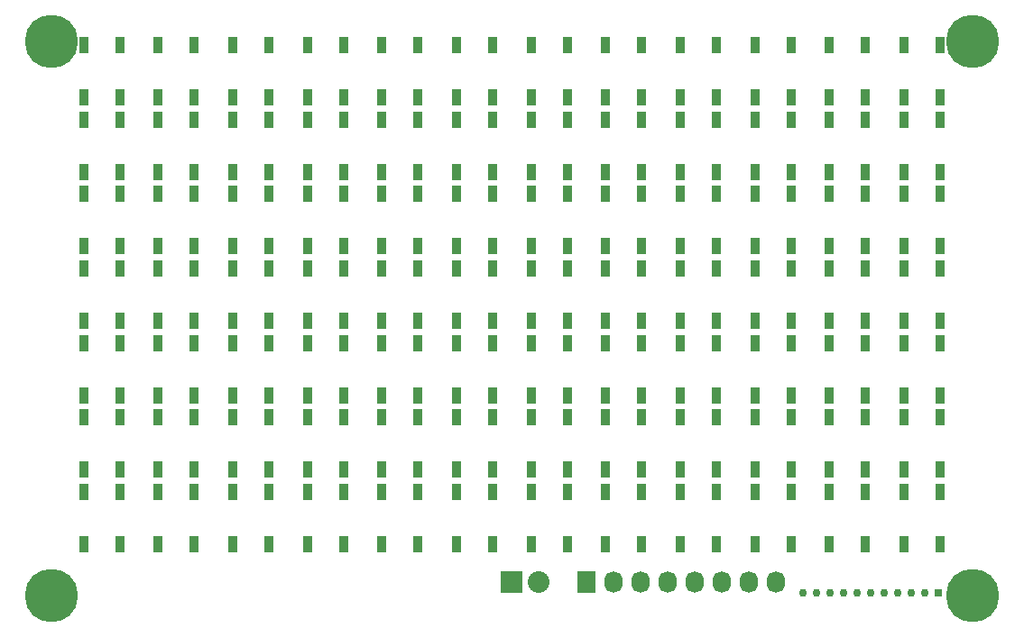
<source format=gbr>
G04 #@! TF.FileFunction,Soldermask,Top*
%FSLAX46Y46*%
G04 Gerber Fmt 4.6, Leading zero omitted, Abs format (unit mm)*
G04 Created by KiCad (PCBNEW (2015-02-14 BZR 5415)-product) date jeu. 05 mars 2015 22:43:21 CET*
%MOMM*%
G01*
G04 APERTURE LIST*
%ADD10C,0.100000*%
%ADD11R,1.727200X2.032000*%
%ADD12O,1.727200X2.032000*%
%ADD13R,2.032000X2.032000*%
%ADD14O,2.032000X2.032000*%
%ADD15R,0.762000X0.762000*%
%ADD16C,0.762000*%
%ADD17R,0.899160X1.501140*%
%ADD18C,5.000000*%
G04 APERTURE END LIST*
D10*
D11*
X67000000Y-68000000D03*
D12*
X69540000Y-68000000D03*
X72080000Y-68000000D03*
X74620000Y-68000000D03*
X77160000Y-68000000D03*
X79700000Y-68000000D03*
X82240000Y-68000000D03*
X84780000Y-68000000D03*
D13*
X60000000Y-68000000D03*
D14*
X62540000Y-68000000D03*
D15*
X100000000Y-69000000D03*
D16*
X98730000Y-69000000D03*
X97460000Y-69000000D03*
X96190000Y-69000000D03*
X94920000Y-69000000D03*
X93650000Y-69000000D03*
X92380000Y-69000000D03*
X91110000Y-69000000D03*
X89840000Y-69000000D03*
X88570000Y-69000000D03*
X87300000Y-69000000D03*
D17*
X19800740Y-17548900D03*
X23199260Y-17548900D03*
X23199260Y-22451100D03*
X19800740Y-22451100D03*
X96800740Y-59548900D03*
X100199260Y-59548900D03*
X100199260Y-64451100D03*
X96800740Y-64451100D03*
X89800740Y-59548900D03*
X93199260Y-59548900D03*
X93199260Y-64451100D03*
X89800740Y-64451100D03*
X82800740Y-59548900D03*
X86199260Y-59548900D03*
X86199260Y-64451100D03*
X82800740Y-64451100D03*
X75800740Y-59548900D03*
X79199260Y-59548900D03*
X79199260Y-64451100D03*
X75800740Y-64451100D03*
X68800740Y-59548900D03*
X72199260Y-59548900D03*
X72199260Y-64451100D03*
X68800740Y-64451100D03*
X61800740Y-59548900D03*
X65199260Y-59548900D03*
X65199260Y-64451100D03*
X61800740Y-64451100D03*
X54800740Y-59548900D03*
X58199260Y-59548900D03*
X58199260Y-64451100D03*
X54800740Y-64451100D03*
X47800740Y-59548900D03*
X51199260Y-59548900D03*
X51199260Y-64451100D03*
X47800740Y-64451100D03*
X40800740Y-59548900D03*
X44199260Y-59548900D03*
X44199260Y-64451100D03*
X40800740Y-64451100D03*
X33800740Y-59548900D03*
X37199260Y-59548900D03*
X37199260Y-64451100D03*
X33800740Y-64451100D03*
X26800740Y-59548900D03*
X30199260Y-59548900D03*
X30199260Y-64451100D03*
X26800740Y-64451100D03*
X19800740Y-59548900D03*
X23199260Y-59548900D03*
X23199260Y-64451100D03*
X19800740Y-64451100D03*
X100199260Y-57451100D03*
X96800740Y-57451100D03*
X96800740Y-52548900D03*
X100199260Y-52548900D03*
X93199260Y-57451100D03*
X89800740Y-57451100D03*
X89800740Y-52548900D03*
X93199260Y-52548900D03*
X86199260Y-57451100D03*
X82800740Y-57451100D03*
X82800740Y-52548900D03*
X86199260Y-52548900D03*
X79199260Y-57451100D03*
X75800740Y-57451100D03*
X75800740Y-52548900D03*
X79199260Y-52548900D03*
X72199260Y-57451100D03*
X68800740Y-57451100D03*
X68800740Y-52548900D03*
X72199260Y-52548900D03*
X65199260Y-57451100D03*
X61800740Y-57451100D03*
X61800740Y-52548900D03*
X65199260Y-52548900D03*
X58199260Y-57451100D03*
X54800740Y-57451100D03*
X54800740Y-52548900D03*
X58199260Y-52548900D03*
X51199260Y-57451100D03*
X47800740Y-57451100D03*
X47800740Y-52548900D03*
X51199260Y-52548900D03*
X44199260Y-57451100D03*
X40800740Y-57451100D03*
X40800740Y-52548900D03*
X44199260Y-52548900D03*
X37199260Y-57451100D03*
X33800740Y-57451100D03*
X33800740Y-52548900D03*
X37199260Y-52548900D03*
X30199260Y-57451100D03*
X26800740Y-57451100D03*
X26800740Y-52548900D03*
X30199260Y-52548900D03*
X23199260Y-57451100D03*
X19800740Y-57451100D03*
X19800740Y-52548900D03*
X23199260Y-52548900D03*
X96800740Y-45548900D03*
X100199260Y-45548900D03*
X100199260Y-50451100D03*
X96800740Y-50451100D03*
X89800740Y-45548900D03*
X93199260Y-45548900D03*
X93199260Y-50451100D03*
X89800740Y-50451100D03*
X82800740Y-45548900D03*
X86199260Y-45548900D03*
X86199260Y-50451100D03*
X82800740Y-50451100D03*
X75800740Y-45548900D03*
X79199260Y-45548900D03*
X79199260Y-50451100D03*
X75800740Y-50451100D03*
X68800740Y-45548900D03*
X72199260Y-45548900D03*
X72199260Y-50451100D03*
X68800740Y-50451100D03*
X61800740Y-45548900D03*
X65199260Y-45548900D03*
X65199260Y-50451100D03*
X61800740Y-50451100D03*
X54800740Y-45548900D03*
X58199260Y-45548900D03*
X58199260Y-50451100D03*
X54800740Y-50451100D03*
X47800740Y-45548900D03*
X51199260Y-45548900D03*
X51199260Y-50451100D03*
X47800740Y-50451100D03*
X40800740Y-45548900D03*
X44199260Y-45548900D03*
X44199260Y-50451100D03*
X40800740Y-50451100D03*
X33800740Y-45548900D03*
X37199260Y-45548900D03*
X37199260Y-50451100D03*
X33800740Y-50451100D03*
X26800740Y-45548900D03*
X30199260Y-45548900D03*
X30199260Y-50451100D03*
X26800740Y-50451100D03*
X19800740Y-45548900D03*
X23199260Y-45548900D03*
X23199260Y-50451100D03*
X19800740Y-50451100D03*
X100199260Y-43451100D03*
X96800740Y-43451100D03*
X96800740Y-38548900D03*
X100199260Y-38548900D03*
X93199260Y-43451100D03*
X89800740Y-43451100D03*
X89800740Y-38548900D03*
X93199260Y-38548900D03*
X86199260Y-43451100D03*
X82800740Y-43451100D03*
X82800740Y-38548900D03*
X86199260Y-38548900D03*
X79199260Y-43451100D03*
X75800740Y-43451100D03*
X75800740Y-38548900D03*
X79199260Y-38548900D03*
X72199260Y-43451100D03*
X68800740Y-43451100D03*
X68800740Y-38548900D03*
X72199260Y-38548900D03*
X65199260Y-43451100D03*
X61800740Y-43451100D03*
X61800740Y-38548900D03*
X65199260Y-38548900D03*
X58199260Y-43451100D03*
X54800740Y-43451100D03*
X54800740Y-38548900D03*
X58199260Y-38548900D03*
X51199260Y-43451100D03*
X47800740Y-43451100D03*
X47800740Y-38548900D03*
X51199260Y-38548900D03*
X44199260Y-43451100D03*
X40800740Y-43451100D03*
X40800740Y-38548900D03*
X44199260Y-38548900D03*
X37199260Y-43451100D03*
X33800740Y-43451100D03*
X33800740Y-38548900D03*
X37199260Y-38548900D03*
X30199260Y-43451100D03*
X26800740Y-43451100D03*
X26800740Y-38548900D03*
X30199260Y-38548900D03*
X23199260Y-43451100D03*
X19800740Y-43451100D03*
X19800740Y-38548900D03*
X23199260Y-38548900D03*
X96800740Y-31548900D03*
X100199260Y-31548900D03*
X100199260Y-36451100D03*
X96800740Y-36451100D03*
X89800740Y-31548900D03*
X93199260Y-31548900D03*
X93199260Y-36451100D03*
X89800740Y-36451100D03*
X82800740Y-31548900D03*
X86199260Y-31548900D03*
X86199260Y-36451100D03*
X82800740Y-36451100D03*
X75800740Y-31548900D03*
X79199260Y-31548900D03*
X79199260Y-36451100D03*
X75800740Y-36451100D03*
X68800740Y-31548900D03*
X72199260Y-31548900D03*
X72199260Y-36451100D03*
X68800740Y-36451100D03*
X61800740Y-31548900D03*
X65199260Y-31548900D03*
X65199260Y-36451100D03*
X61800740Y-36451100D03*
X54800740Y-31548900D03*
X58199260Y-31548900D03*
X58199260Y-36451100D03*
X54800740Y-36451100D03*
X47800740Y-31548900D03*
X51199260Y-31548900D03*
X51199260Y-36451100D03*
X47800740Y-36451100D03*
X40800740Y-31548900D03*
X44199260Y-31548900D03*
X44199260Y-36451100D03*
X40800740Y-36451100D03*
X33800740Y-31548900D03*
X37199260Y-31548900D03*
X37199260Y-36451100D03*
X33800740Y-36451100D03*
X26800740Y-31548900D03*
X30199260Y-31548900D03*
X30199260Y-36451100D03*
X26800740Y-36451100D03*
X19800740Y-31548900D03*
X23199260Y-31548900D03*
X23199260Y-36451100D03*
X19800740Y-36451100D03*
X100199260Y-29451100D03*
X96800740Y-29451100D03*
X96800740Y-24548900D03*
X100199260Y-24548900D03*
X93199260Y-29451100D03*
X89800740Y-29451100D03*
X89800740Y-24548900D03*
X93199260Y-24548900D03*
X86199260Y-29451100D03*
X82800740Y-29451100D03*
X82800740Y-24548900D03*
X86199260Y-24548900D03*
X79199260Y-29451100D03*
X75800740Y-29451100D03*
X75800740Y-24548900D03*
X79199260Y-24548900D03*
X72199260Y-29451100D03*
X68800740Y-29451100D03*
X68800740Y-24548900D03*
X72199260Y-24548900D03*
X65199260Y-29451100D03*
X61800740Y-29451100D03*
X61800740Y-24548900D03*
X65199260Y-24548900D03*
X58199260Y-29451100D03*
X54800740Y-29451100D03*
X54800740Y-24548900D03*
X58199260Y-24548900D03*
X51199260Y-29451100D03*
X47800740Y-29451100D03*
X47800740Y-24548900D03*
X51199260Y-24548900D03*
X44199260Y-29451100D03*
X40800740Y-29451100D03*
X40800740Y-24548900D03*
X44199260Y-24548900D03*
X37199260Y-29451100D03*
X33800740Y-29451100D03*
X33800740Y-24548900D03*
X37199260Y-24548900D03*
X30199260Y-29451100D03*
X26800740Y-29451100D03*
X26800740Y-24548900D03*
X30199260Y-24548900D03*
X23199260Y-29451100D03*
X19800740Y-29451100D03*
X19800740Y-24548900D03*
X23199260Y-24548900D03*
X96800740Y-17548900D03*
X100199260Y-17548900D03*
X100199260Y-22451100D03*
X96800740Y-22451100D03*
X89800740Y-17548900D03*
X93199260Y-17548900D03*
X93199260Y-22451100D03*
X89800740Y-22451100D03*
X82800740Y-17548900D03*
X86199260Y-17548900D03*
X86199260Y-22451100D03*
X82800740Y-22451100D03*
X75800740Y-17548900D03*
X79199260Y-17548900D03*
X79199260Y-22451100D03*
X75800740Y-22451100D03*
X68800740Y-17548900D03*
X72199260Y-17548900D03*
X72199260Y-22451100D03*
X68800740Y-22451100D03*
X61800740Y-17548900D03*
X65199260Y-17548900D03*
X65199260Y-22451100D03*
X61800740Y-22451100D03*
X54800740Y-17548900D03*
X58199260Y-17548900D03*
X58199260Y-22451100D03*
X54800740Y-22451100D03*
X47800740Y-17548900D03*
X51199260Y-17548900D03*
X51199260Y-22451100D03*
X47800740Y-22451100D03*
X40800740Y-17548900D03*
X44199260Y-17548900D03*
X44199260Y-22451100D03*
X40800740Y-22451100D03*
X33800740Y-17548900D03*
X37199260Y-17548900D03*
X37199260Y-22451100D03*
X33800740Y-22451100D03*
X26800740Y-17548900D03*
X30199260Y-17548900D03*
X30199260Y-22451100D03*
X26800740Y-22451100D03*
D18*
X16750000Y-17250000D03*
X103250000Y-17250000D03*
X16750000Y-69250000D03*
X103250000Y-69250000D03*
M02*

</source>
